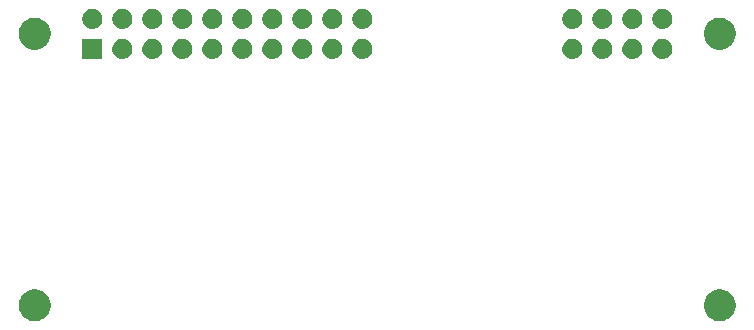
<source format=gbs>
G04 #@! TF.GenerationSoftware,KiCad,Pcbnew,(5.1.0)-1*
G04 #@! TF.CreationDate,2019-03-23T08:53:22+11:00*
G04 #@! TF.ProjectId,VeinCamHatZero,5665696e-4361-46d4-9861-745a65726f2e,rev?*
G04 #@! TF.SameCoordinates,Original*
G04 #@! TF.FileFunction,Soldermask,Bot*
G04 #@! TF.FilePolarity,Negative*
%FSLAX46Y46*%
G04 Gerber Fmt 4.6, Leading zero omitted, Abs format (unit mm)*
G04 Created by KiCad (PCBNEW (5.1.0)-1) date 2019-03-23 08:53:22*
%MOMM*%
%LPD*%
G04 APERTURE LIST*
%ADD10C,0.150000*%
G04 APERTURE END LIST*
D10*
G36*
X266893779Y-90201879D02*
G01*
X267139463Y-90303645D01*
X267139465Y-90303646D01*
X267360575Y-90451387D01*
X267548613Y-90639425D01*
X267548614Y-90639427D01*
X267696355Y-90860537D01*
X267798121Y-91106221D01*
X267850000Y-91367035D01*
X267850000Y-91632965D01*
X267798121Y-91893779D01*
X267696355Y-92139463D01*
X267696354Y-92139465D01*
X267548613Y-92360575D01*
X267360575Y-92548613D01*
X267139465Y-92696354D01*
X267139464Y-92696355D01*
X267139463Y-92696355D01*
X266893779Y-92798121D01*
X266632965Y-92850000D01*
X266367035Y-92850000D01*
X266106221Y-92798121D01*
X265860537Y-92696355D01*
X265860536Y-92696355D01*
X265860535Y-92696354D01*
X265639425Y-92548613D01*
X265451387Y-92360575D01*
X265303646Y-92139465D01*
X265303645Y-92139463D01*
X265201879Y-91893779D01*
X265150000Y-91632965D01*
X265150000Y-91367035D01*
X265201879Y-91106221D01*
X265303645Y-90860537D01*
X265451386Y-90639427D01*
X265451387Y-90639425D01*
X265639425Y-90451387D01*
X265860535Y-90303646D01*
X265860537Y-90303645D01*
X266106221Y-90201879D01*
X266367035Y-90150000D01*
X266632965Y-90150000D01*
X266893779Y-90201879D01*
X266893779Y-90201879D01*
G37*
G36*
X208893779Y-90201879D02*
G01*
X209139463Y-90303645D01*
X209139465Y-90303646D01*
X209360575Y-90451387D01*
X209548613Y-90639425D01*
X209548614Y-90639427D01*
X209696355Y-90860537D01*
X209798121Y-91106221D01*
X209850000Y-91367035D01*
X209850000Y-91632965D01*
X209798121Y-91893779D01*
X209696355Y-92139463D01*
X209696354Y-92139465D01*
X209548613Y-92360575D01*
X209360575Y-92548613D01*
X209139465Y-92696354D01*
X209139464Y-92696355D01*
X209139463Y-92696355D01*
X208893779Y-92798121D01*
X208632965Y-92850000D01*
X208367035Y-92850000D01*
X208106221Y-92798121D01*
X207860537Y-92696355D01*
X207860536Y-92696355D01*
X207860535Y-92696354D01*
X207639425Y-92548613D01*
X207451387Y-92360575D01*
X207303646Y-92139465D01*
X207303645Y-92139463D01*
X207201879Y-91893779D01*
X207150000Y-91632965D01*
X207150000Y-91367035D01*
X207201879Y-91106221D01*
X207303645Y-90860537D01*
X207451386Y-90639427D01*
X207451387Y-90639425D01*
X207639425Y-90451387D01*
X207860535Y-90303646D01*
X207860537Y-90303645D01*
X208106221Y-90201879D01*
X208367035Y-90150000D01*
X208632965Y-90150000D01*
X208893779Y-90201879D01*
X208893779Y-90201879D01*
G37*
G36*
X261796629Y-68932299D02*
G01*
X261891066Y-68960946D01*
X261956855Y-68980903D01*
X261992452Y-68999930D01*
X262104518Y-69059830D01*
X262233948Y-69166052D01*
X262340170Y-69295482D01*
X262374961Y-69360573D01*
X262419097Y-69443145D01*
X262439054Y-69508934D01*
X262467701Y-69603371D01*
X262484112Y-69770000D01*
X262467701Y-69936629D01*
X262439054Y-70031066D01*
X262419097Y-70096855D01*
X262419096Y-70096856D01*
X262340170Y-70244518D01*
X262233948Y-70373948D01*
X262104518Y-70480170D01*
X261992452Y-70540070D01*
X261956855Y-70559097D01*
X261891066Y-70579054D01*
X261796629Y-70607701D01*
X261671753Y-70620000D01*
X261588247Y-70620000D01*
X261463371Y-70607701D01*
X261368934Y-70579054D01*
X261303145Y-70559097D01*
X261267548Y-70540070D01*
X261155482Y-70480170D01*
X261026052Y-70373948D01*
X260919830Y-70244518D01*
X260840904Y-70096856D01*
X260840903Y-70096855D01*
X260820946Y-70031066D01*
X260792299Y-69936629D01*
X260775888Y-69770000D01*
X260792299Y-69603371D01*
X260820946Y-69508934D01*
X260840903Y-69443145D01*
X260885039Y-69360573D01*
X260919830Y-69295482D01*
X261026052Y-69166052D01*
X261155482Y-69059830D01*
X261267548Y-68999930D01*
X261303145Y-68980903D01*
X261368934Y-68960946D01*
X261463371Y-68932299D01*
X261588247Y-68920000D01*
X261671753Y-68920000D01*
X261796629Y-68932299D01*
X261796629Y-68932299D01*
G37*
G36*
X259256629Y-68932299D02*
G01*
X259351066Y-68960946D01*
X259416855Y-68980903D01*
X259452452Y-68999930D01*
X259564518Y-69059830D01*
X259693948Y-69166052D01*
X259800170Y-69295482D01*
X259834961Y-69360573D01*
X259879097Y-69443145D01*
X259899054Y-69508934D01*
X259927701Y-69603371D01*
X259944112Y-69770000D01*
X259927701Y-69936629D01*
X259899054Y-70031066D01*
X259879097Y-70096855D01*
X259879096Y-70096856D01*
X259800170Y-70244518D01*
X259693948Y-70373948D01*
X259564518Y-70480170D01*
X259452452Y-70540070D01*
X259416855Y-70559097D01*
X259351066Y-70579054D01*
X259256629Y-70607701D01*
X259131753Y-70620000D01*
X259048247Y-70620000D01*
X258923371Y-70607701D01*
X258828934Y-70579054D01*
X258763145Y-70559097D01*
X258727548Y-70540070D01*
X258615482Y-70480170D01*
X258486052Y-70373948D01*
X258379830Y-70244518D01*
X258300904Y-70096856D01*
X258300903Y-70096855D01*
X258280946Y-70031066D01*
X258252299Y-69936629D01*
X258235888Y-69770000D01*
X258252299Y-69603371D01*
X258280946Y-69508934D01*
X258300903Y-69443145D01*
X258345039Y-69360573D01*
X258379830Y-69295482D01*
X258486052Y-69166052D01*
X258615482Y-69059830D01*
X258727548Y-68999930D01*
X258763145Y-68980903D01*
X258828934Y-68960946D01*
X258923371Y-68932299D01*
X259048247Y-68920000D01*
X259131753Y-68920000D01*
X259256629Y-68932299D01*
X259256629Y-68932299D01*
G37*
G36*
X256716629Y-68932299D02*
G01*
X256811066Y-68960946D01*
X256876855Y-68980903D01*
X256912452Y-68999930D01*
X257024518Y-69059830D01*
X257153948Y-69166052D01*
X257260170Y-69295482D01*
X257294961Y-69360573D01*
X257339097Y-69443145D01*
X257359054Y-69508934D01*
X257387701Y-69603371D01*
X257404112Y-69770000D01*
X257387701Y-69936629D01*
X257359054Y-70031066D01*
X257339097Y-70096855D01*
X257339096Y-70096856D01*
X257260170Y-70244518D01*
X257153948Y-70373948D01*
X257024518Y-70480170D01*
X256912452Y-70540070D01*
X256876855Y-70559097D01*
X256811066Y-70579054D01*
X256716629Y-70607701D01*
X256591753Y-70620000D01*
X256508247Y-70620000D01*
X256383371Y-70607701D01*
X256288934Y-70579054D01*
X256223145Y-70559097D01*
X256187548Y-70540070D01*
X256075482Y-70480170D01*
X255946052Y-70373948D01*
X255839830Y-70244518D01*
X255760904Y-70096856D01*
X255760903Y-70096855D01*
X255740946Y-70031066D01*
X255712299Y-69936629D01*
X255695888Y-69770000D01*
X255712299Y-69603371D01*
X255740946Y-69508934D01*
X255760903Y-69443145D01*
X255805039Y-69360573D01*
X255839830Y-69295482D01*
X255946052Y-69166052D01*
X256075482Y-69059830D01*
X256187548Y-68999930D01*
X256223145Y-68980903D01*
X256288934Y-68960946D01*
X256383371Y-68932299D01*
X256508247Y-68920000D01*
X256591753Y-68920000D01*
X256716629Y-68932299D01*
X256716629Y-68932299D01*
G37*
G36*
X254176629Y-68932299D02*
G01*
X254271066Y-68960946D01*
X254336855Y-68980903D01*
X254372452Y-68999930D01*
X254484518Y-69059830D01*
X254613948Y-69166052D01*
X254720170Y-69295482D01*
X254754961Y-69360573D01*
X254799097Y-69443145D01*
X254819054Y-69508934D01*
X254847701Y-69603371D01*
X254864112Y-69770000D01*
X254847701Y-69936629D01*
X254819054Y-70031066D01*
X254799097Y-70096855D01*
X254799096Y-70096856D01*
X254720170Y-70244518D01*
X254613948Y-70373948D01*
X254484518Y-70480170D01*
X254372452Y-70540070D01*
X254336855Y-70559097D01*
X254271066Y-70579054D01*
X254176629Y-70607701D01*
X254051753Y-70620000D01*
X253968247Y-70620000D01*
X253843371Y-70607701D01*
X253748934Y-70579054D01*
X253683145Y-70559097D01*
X253647548Y-70540070D01*
X253535482Y-70480170D01*
X253406052Y-70373948D01*
X253299830Y-70244518D01*
X253220904Y-70096856D01*
X253220903Y-70096855D01*
X253200946Y-70031066D01*
X253172299Y-69936629D01*
X253155888Y-69770000D01*
X253172299Y-69603371D01*
X253200946Y-69508934D01*
X253220903Y-69443145D01*
X253265039Y-69360573D01*
X253299830Y-69295482D01*
X253406052Y-69166052D01*
X253535482Y-69059830D01*
X253647548Y-68999930D01*
X253683145Y-68980903D01*
X253748934Y-68960946D01*
X253843371Y-68932299D01*
X253968247Y-68920000D01*
X254051753Y-68920000D01*
X254176629Y-68932299D01*
X254176629Y-68932299D01*
G37*
G36*
X236396629Y-68932299D02*
G01*
X236491066Y-68960946D01*
X236556855Y-68980903D01*
X236592452Y-68999930D01*
X236704518Y-69059830D01*
X236833948Y-69166052D01*
X236940170Y-69295482D01*
X236974961Y-69360573D01*
X237019097Y-69443145D01*
X237039054Y-69508934D01*
X237067701Y-69603371D01*
X237084112Y-69770000D01*
X237067701Y-69936629D01*
X237039054Y-70031066D01*
X237019097Y-70096855D01*
X237019096Y-70096856D01*
X236940170Y-70244518D01*
X236833948Y-70373948D01*
X236704518Y-70480170D01*
X236592452Y-70540070D01*
X236556855Y-70559097D01*
X236491066Y-70579054D01*
X236396629Y-70607701D01*
X236271753Y-70620000D01*
X236188247Y-70620000D01*
X236063371Y-70607701D01*
X235968934Y-70579054D01*
X235903145Y-70559097D01*
X235867548Y-70540070D01*
X235755482Y-70480170D01*
X235626052Y-70373948D01*
X235519830Y-70244518D01*
X235440904Y-70096856D01*
X235440903Y-70096855D01*
X235420946Y-70031066D01*
X235392299Y-69936629D01*
X235375888Y-69770000D01*
X235392299Y-69603371D01*
X235420946Y-69508934D01*
X235440903Y-69443145D01*
X235485039Y-69360573D01*
X235519830Y-69295482D01*
X235626052Y-69166052D01*
X235755482Y-69059830D01*
X235867548Y-68999930D01*
X235903145Y-68980903D01*
X235968934Y-68960946D01*
X236063371Y-68932299D01*
X236188247Y-68920000D01*
X236271753Y-68920000D01*
X236396629Y-68932299D01*
X236396629Y-68932299D01*
G37*
G36*
X233856629Y-68932299D02*
G01*
X233951066Y-68960946D01*
X234016855Y-68980903D01*
X234052452Y-68999930D01*
X234164518Y-69059830D01*
X234293948Y-69166052D01*
X234400170Y-69295482D01*
X234434961Y-69360573D01*
X234479097Y-69443145D01*
X234499054Y-69508934D01*
X234527701Y-69603371D01*
X234544112Y-69770000D01*
X234527701Y-69936629D01*
X234499054Y-70031066D01*
X234479097Y-70096855D01*
X234479096Y-70096856D01*
X234400170Y-70244518D01*
X234293948Y-70373948D01*
X234164518Y-70480170D01*
X234052452Y-70540070D01*
X234016855Y-70559097D01*
X233951066Y-70579054D01*
X233856629Y-70607701D01*
X233731753Y-70620000D01*
X233648247Y-70620000D01*
X233523371Y-70607701D01*
X233428934Y-70579054D01*
X233363145Y-70559097D01*
X233327548Y-70540070D01*
X233215482Y-70480170D01*
X233086052Y-70373948D01*
X232979830Y-70244518D01*
X232900904Y-70096856D01*
X232900903Y-70096855D01*
X232880946Y-70031066D01*
X232852299Y-69936629D01*
X232835888Y-69770000D01*
X232852299Y-69603371D01*
X232880946Y-69508934D01*
X232900903Y-69443145D01*
X232945039Y-69360573D01*
X232979830Y-69295482D01*
X233086052Y-69166052D01*
X233215482Y-69059830D01*
X233327548Y-68999930D01*
X233363145Y-68980903D01*
X233428934Y-68960946D01*
X233523371Y-68932299D01*
X233648247Y-68920000D01*
X233731753Y-68920000D01*
X233856629Y-68932299D01*
X233856629Y-68932299D01*
G37*
G36*
X231316629Y-68932299D02*
G01*
X231411066Y-68960946D01*
X231476855Y-68980903D01*
X231512452Y-68999930D01*
X231624518Y-69059830D01*
X231753948Y-69166052D01*
X231860170Y-69295482D01*
X231894961Y-69360573D01*
X231939097Y-69443145D01*
X231959054Y-69508934D01*
X231987701Y-69603371D01*
X232004112Y-69770000D01*
X231987701Y-69936629D01*
X231959054Y-70031066D01*
X231939097Y-70096855D01*
X231939096Y-70096856D01*
X231860170Y-70244518D01*
X231753948Y-70373948D01*
X231624518Y-70480170D01*
X231512452Y-70540070D01*
X231476855Y-70559097D01*
X231411066Y-70579054D01*
X231316629Y-70607701D01*
X231191753Y-70620000D01*
X231108247Y-70620000D01*
X230983371Y-70607701D01*
X230888934Y-70579054D01*
X230823145Y-70559097D01*
X230787548Y-70540070D01*
X230675482Y-70480170D01*
X230546052Y-70373948D01*
X230439830Y-70244518D01*
X230360904Y-70096856D01*
X230360903Y-70096855D01*
X230340946Y-70031066D01*
X230312299Y-69936629D01*
X230295888Y-69770000D01*
X230312299Y-69603371D01*
X230340946Y-69508934D01*
X230360903Y-69443145D01*
X230405039Y-69360573D01*
X230439830Y-69295482D01*
X230546052Y-69166052D01*
X230675482Y-69059830D01*
X230787548Y-68999930D01*
X230823145Y-68980903D01*
X230888934Y-68960946D01*
X230983371Y-68932299D01*
X231108247Y-68920000D01*
X231191753Y-68920000D01*
X231316629Y-68932299D01*
X231316629Y-68932299D01*
G37*
G36*
X228776629Y-68932299D02*
G01*
X228871066Y-68960946D01*
X228936855Y-68980903D01*
X228972452Y-68999930D01*
X229084518Y-69059830D01*
X229213948Y-69166052D01*
X229320170Y-69295482D01*
X229354961Y-69360573D01*
X229399097Y-69443145D01*
X229419054Y-69508934D01*
X229447701Y-69603371D01*
X229464112Y-69770000D01*
X229447701Y-69936629D01*
X229419054Y-70031066D01*
X229399097Y-70096855D01*
X229399096Y-70096856D01*
X229320170Y-70244518D01*
X229213948Y-70373948D01*
X229084518Y-70480170D01*
X228972452Y-70540070D01*
X228936855Y-70559097D01*
X228871066Y-70579054D01*
X228776629Y-70607701D01*
X228651753Y-70620000D01*
X228568247Y-70620000D01*
X228443371Y-70607701D01*
X228348934Y-70579054D01*
X228283145Y-70559097D01*
X228247548Y-70540070D01*
X228135482Y-70480170D01*
X228006052Y-70373948D01*
X227899830Y-70244518D01*
X227820904Y-70096856D01*
X227820903Y-70096855D01*
X227800946Y-70031066D01*
X227772299Y-69936629D01*
X227755888Y-69770000D01*
X227772299Y-69603371D01*
X227800946Y-69508934D01*
X227820903Y-69443145D01*
X227865039Y-69360573D01*
X227899830Y-69295482D01*
X228006052Y-69166052D01*
X228135482Y-69059830D01*
X228247548Y-68999930D01*
X228283145Y-68980903D01*
X228348934Y-68960946D01*
X228443371Y-68932299D01*
X228568247Y-68920000D01*
X228651753Y-68920000D01*
X228776629Y-68932299D01*
X228776629Y-68932299D01*
G37*
G36*
X226236629Y-68932299D02*
G01*
X226331066Y-68960946D01*
X226396855Y-68980903D01*
X226432452Y-68999930D01*
X226544518Y-69059830D01*
X226673948Y-69166052D01*
X226780170Y-69295482D01*
X226814961Y-69360573D01*
X226859097Y-69443145D01*
X226879054Y-69508934D01*
X226907701Y-69603371D01*
X226924112Y-69770000D01*
X226907701Y-69936629D01*
X226879054Y-70031066D01*
X226859097Y-70096855D01*
X226859096Y-70096856D01*
X226780170Y-70244518D01*
X226673948Y-70373948D01*
X226544518Y-70480170D01*
X226432452Y-70540070D01*
X226396855Y-70559097D01*
X226331066Y-70579054D01*
X226236629Y-70607701D01*
X226111753Y-70620000D01*
X226028247Y-70620000D01*
X225903371Y-70607701D01*
X225808934Y-70579054D01*
X225743145Y-70559097D01*
X225707548Y-70540070D01*
X225595482Y-70480170D01*
X225466052Y-70373948D01*
X225359830Y-70244518D01*
X225280904Y-70096856D01*
X225280903Y-70096855D01*
X225260946Y-70031066D01*
X225232299Y-69936629D01*
X225215888Y-69770000D01*
X225232299Y-69603371D01*
X225260946Y-69508934D01*
X225280903Y-69443145D01*
X225325039Y-69360573D01*
X225359830Y-69295482D01*
X225466052Y-69166052D01*
X225595482Y-69059830D01*
X225707548Y-68999930D01*
X225743145Y-68980903D01*
X225808934Y-68960946D01*
X225903371Y-68932299D01*
X226028247Y-68920000D01*
X226111753Y-68920000D01*
X226236629Y-68932299D01*
X226236629Y-68932299D01*
G37*
G36*
X223696629Y-68932299D02*
G01*
X223791066Y-68960946D01*
X223856855Y-68980903D01*
X223892452Y-68999930D01*
X224004518Y-69059830D01*
X224133948Y-69166052D01*
X224240170Y-69295482D01*
X224274961Y-69360573D01*
X224319097Y-69443145D01*
X224339054Y-69508934D01*
X224367701Y-69603371D01*
X224384112Y-69770000D01*
X224367701Y-69936629D01*
X224339054Y-70031066D01*
X224319097Y-70096855D01*
X224319096Y-70096856D01*
X224240170Y-70244518D01*
X224133948Y-70373948D01*
X224004518Y-70480170D01*
X223892452Y-70540070D01*
X223856855Y-70559097D01*
X223791066Y-70579054D01*
X223696629Y-70607701D01*
X223571753Y-70620000D01*
X223488247Y-70620000D01*
X223363371Y-70607701D01*
X223268934Y-70579054D01*
X223203145Y-70559097D01*
X223167548Y-70540070D01*
X223055482Y-70480170D01*
X222926052Y-70373948D01*
X222819830Y-70244518D01*
X222740904Y-70096856D01*
X222740903Y-70096855D01*
X222720946Y-70031066D01*
X222692299Y-69936629D01*
X222675888Y-69770000D01*
X222692299Y-69603371D01*
X222720946Y-69508934D01*
X222740903Y-69443145D01*
X222785039Y-69360573D01*
X222819830Y-69295482D01*
X222926052Y-69166052D01*
X223055482Y-69059830D01*
X223167548Y-68999930D01*
X223203145Y-68980903D01*
X223268934Y-68960946D01*
X223363371Y-68932299D01*
X223488247Y-68920000D01*
X223571753Y-68920000D01*
X223696629Y-68932299D01*
X223696629Y-68932299D01*
G37*
G36*
X221156629Y-68932299D02*
G01*
X221251066Y-68960946D01*
X221316855Y-68980903D01*
X221352452Y-68999930D01*
X221464518Y-69059830D01*
X221593948Y-69166052D01*
X221700170Y-69295482D01*
X221734961Y-69360573D01*
X221779097Y-69443145D01*
X221799054Y-69508934D01*
X221827701Y-69603371D01*
X221844112Y-69770000D01*
X221827701Y-69936629D01*
X221799054Y-70031066D01*
X221779097Y-70096855D01*
X221779096Y-70096856D01*
X221700170Y-70244518D01*
X221593948Y-70373948D01*
X221464518Y-70480170D01*
X221352452Y-70540070D01*
X221316855Y-70559097D01*
X221251066Y-70579054D01*
X221156629Y-70607701D01*
X221031753Y-70620000D01*
X220948247Y-70620000D01*
X220823371Y-70607701D01*
X220728934Y-70579054D01*
X220663145Y-70559097D01*
X220627548Y-70540070D01*
X220515482Y-70480170D01*
X220386052Y-70373948D01*
X220279830Y-70244518D01*
X220200904Y-70096856D01*
X220200903Y-70096855D01*
X220180946Y-70031066D01*
X220152299Y-69936629D01*
X220135888Y-69770000D01*
X220152299Y-69603371D01*
X220180946Y-69508934D01*
X220200903Y-69443145D01*
X220245039Y-69360573D01*
X220279830Y-69295482D01*
X220386052Y-69166052D01*
X220515482Y-69059830D01*
X220627548Y-68999930D01*
X220663145Y-68980903D01*
X220728934Y-68960946D01*
X220823371Y-68932299D01*
X220948247Y-68920000D01*
X221031753Y-68920000D01*
X221156629Y-68932299D01*
X221156629Y-68932299D01*
G37*
G36*
X218616629Y-68932299D02*
G01*
X218711066Y-68960946D01*
X218776855Y-68980903D01*
X218812452Y-68999930D01*
X218924518Y-69059830D01*
X219053948Y-69166052D01*
X219160170Y-69295482D01*
X219194961Y-69360573D01*
X219239097Y-69443145D01*
X219259054Y-69508934D01*
X219287701Y-69603371D01*
X219304112Y-69770000D01*
X219287701Y-69936629D01*
X219259054Y-70031066D01*
X219239097Y-70096855D01*
X219239096Y-70096856D01*
X219160170Y-70244518D01*
X219053948Y-70373948D01*
X218924518Y-70480170D01*
X218812452Y-70540070D01*
X218776855Y-70559097D01*
X218711066Y-70579054D01*
X218616629Y-70607701D01*
X218491753Y-70620000D01*
X218408247Y-70620000D01*
X218283371Y-70607701D01*
X218188934Y-70579054D01*
X218123145Y-70559097D01*
X218087548Y-70540070D01*
X217975482Y-70480170D01*
X217846052Y-70373948D01*
X217739830Y-70244518D01*
X217660904Y-70096856D01*
X217660903Y-70096855D01*
X217640946Y-70031066D01*
X217612299Y-69936629D01*
X217595888Y-69770000D01*
X217612299Y-69603371D01*
X217640946Y-69508934D01*
X217660903Y-69443145D01*
X217705039Y-69360573D01*
X217739830Y-69295482D01*
X217846052Y-69166052D01*
X217975482Y-69059830D01*
X218087548Y-68999930D01*
X218123145Y-68980903D01*
X218188934Y-68960946D01*
X218283371Y-68932299D01*
X218408247Y-68920000D01*
X218491753Y-68920000D01*
X218616629Y-68932299D01*
X218616629Y-68932299D01*
G37*
G36*
X216076629Y-68932299D02*
G01*
X216171066Y-68960946D01*
X216236855Y-68980903D01*
X216272452Y-68999930D01*
X216384518Y-69059830D01*
X216513948Y-69166052D01*
X216620170Y-69295482D01*
X216654961Y-69360573D01*
X216699097Y-69443145D01*
X216719054Y-69508934D01*
X216747701Y-69603371D01*
X216764112Y-69770000D01*
X216747701Y-69936629D01*
X216719054Y-70031066D01*
X216699097Y-70096855D01*
X216699096Y-70096856D01*
X216620170Y-70244518D01*
X216513948Y-70373948D01*
X216384518Y-70480170D01*
X216272452Y-70540070D01*
X216236855Y-70559097D01*
X216171066Y-70579054D01*
X216076629Y-70607701D01*
X215951753Y-70620000D01*
X215868247Y-70620000D01*
X215743371Y-70607701D01*
X215648934Y-70579054D01*
X215583145Y-70559097D01*
X215547548Y-70540070D01*
X215435482Y-70480170D01*
X215306052Y-70373948D01*
X215199830Y-70244518D01*
X215120904Y-70096856D01*
X215120903Y-70096855D01*
X215100946Y-70031066D01*
X215072299Y-69936629D01*
X215055888Y-69770000D01*
X215072299Y-69603371D01*
X215100946Y-69508934D01*
X215120903Y-69443145D01*
X215165039Y-69360573D01*
X215199830Y-69295482D01*
X215306052Y-69166052D01*
X215435482Y-69059830D01*
X215547548Y-68999930D01*
X215583145Y-68980903D01*
X215648934Y-68960946D01*
X215743371Y-68932299D01*
X215868247Y-68920000D01*
X215951753Y-68920000D01*
X216076629Y-68932299D01*
X216076629Y-68932299D01*
G37*
G36*
X214220000Y-70620000D02*
G01*
X212520000Y-70620000D01*
X212520000Y-68920000D01*
X214220000Y-68920000D01*
X214220000Y-70620000D01*
X214220000Y-70620000D01*
G37*
G36*
X266893779Y-67201879D02*
G01*
X267139463Y-67303645D01*
X267139465Y-67303646D01*
X267360575Y-67451387D01*
X267548613Y-67639425D01*
X267592107Y-67704519D01*
X267696355Y-67860537D01*
X267798121Y-68106221D01*
X267850000Y-68367035D01*
X267850000Y-68632965D01*
X267798121Y-68893779D01*
X267729340Y-69059830D01*
X267696354Y-69139465D01*
X267548613Y-69360575D01*
X267360575Y-69548613D01*
X267139465Y-69696354D01*
X267139464Y-69696355D01*
X267139463Y-69696355D01*
X266893779Y-69798121D01*
X266632965Y-69850000D01*
X266367035Y-69850000D01*
X266106221Y-69798121D01*
X265860537Y-69696355D01*
X265860536Y-69696355D01*
X265860535Y-69696354D01*
X265639425Y-69548613D01*
X265451387Y-69360575D01*
X265303646Y-69139465D01*
X265270660Y-69059830D01*
X265201879Y-68893779D01*
X265150000Y-68632965D01*
X265150000Y-68367035D01*
X265201879Y-68106221D01*
X265303645Y-67860537D01*
X265407893Y-67704519D01*
X265451387Y-67639425D01*
X265639425Y-67451387D01*
X265860535Y-67303646D01*
X265860537Y-67303645D01*
X266106221Y-67201879D01*
X266367035Y-67150000D01*
X266632965Y-67150000D01*
X266893779Y-67201879D01*
X266893779Y-67201879D01*
G37*
G36*
X208893779Y-67201879D02*
G01*
X209139463Y-67303645D01*
X209139465Y-67303646D01*
X209360575Y-67451387D01*
X209548613Y-67639425D01*
X209592107Y-67704519D01*
X209696355Y-67860537D01*
X209798121Y-68106221D01*
X209850000Y-68367035D01*
X209850000Y-68632965D01*
X209798121Y-68893779D01*
X209729340Y-69059830D01*
X209696354Y-69139465D01*
X209548613Y-69360575D01*
X209360575Y-69548613D01*
X209139465Y-69696354D01*
X209139464Y-69696355D01*
X209139463Y-69696355D01*
X208893779Y-69798121D01*
X208632965Y-69850000D01*
X208367035Y-69850000D01*
X208106221Y-69798121D01*
X207860537Y-69696355D01*
X207860536Y-69696355D01*
X207860535Y-69696354D01*
X207639425Y-69548613D01*
X207451387Y-69360575D01*
X207303646Y-69139465D01*
X207270660Y-69059830D01*
X207201879Y-68893779D01*
X207150000Y-68632965D01*
X207150000Y-68367035D01*
X207201879Y-68106221D01*
X207303645Y-67860537D01*
X207407893Y-67704519D01*
X207451387Y-67639425D01*
X207639425Y-67451387D01*
X207860535Y-67303646D01*
X207860537Y-67303645D01*
X208106221Y-67201879D01*
X208367035Y-67150000D01*
X208632965Y-67150000D01*
X208893779Y-67201879D01*
X208893779Y-67201879D01*
G37*
G36*
X233856629Y-66392299D02*
G01*
X233951066Y-66420946D01*
X234016855Y-66440903D01*
X234052452Y-66459930D01*
X234164518Y-66519830D01*
X234293948Y-66626052D01*
X234400170Y-66755482D01*
X234460070Y-66867548D01*
X234479097Y-66903145D01*
X234499054Y-66968934D01*
X234527701Y-67063371D01*
X234544112Y-67230000D01*
X234527701Y-67396629D01*
X234511090Y-67451386D01*
X234479097Y-67556855D01*
X234479096Y-67556856D01*
X234400170Y-67704518D01*
X234293948Y-67833948D01*
X234164518Y-67940170D01*
X234052452Y-68000070D01*
X234016855Y-68019097D01*
X233951066Y-68039054D01*
X233856629Y-68067701D01*
X233731753Y-68080000D01*
X233648247Y-68080000D01*
X233523371Y-68067701D01*
X233428934Y-68039054D01*
X233363145Y-68019097D01*
X233327548Y-68000070D01*
X233215482Y-67940170D01*
X233086052Y-67833948D01*
X232979830Y-67704518D01*
X232900904Y-67556856D01*
X232900903Y-67556855D01*
X232868910Y-67451386D01*
X232852299Y-67396629D01*
X232835888Y-67230000D01*
X232852299Y-67063371D01*
X232880946Y-66968934D01*
X232900903Y-66903145D01*
X232919930Y-66867548D01*
X232979830Y-66755482D01*
X233086052Y-66626052D01*
X233215482Y-66519830D01*
X233327548Y-66459930D01*
X233363145Y-66440903D01*
X233428934Y-66420946D01*
X233523371Y-66392299D01*
X233648247Y-66380000D01*
X233731753Y-66380000D01*
X233856629Y-66392299D01*
X233856629Y-66392299D01*
G37*
G36*
X236396629Y-66392299D02*
G01*
X236491066Y-66420946D01*
X236556855Y-66440903D01*
X236592452Y-66459930D01*
X236704518Y-66519830D01*
X236833948Y-66626052D01*
X236940170Y-66755482D01*
X237000070Y-66867548D01*
X237019097Y-66903145D01*
X237039054Y-66968934D01*
X237067701Y-67063371D01*
X237084112Y-67230000D01*
X237067701Y-67396629D01*
X237051090Y-67451386D01*
X237019097Y-67556855D01*
X237019096Y-67556856D01*
X236940170Y-67704518D01*
X236833948Y-67833948D01*
X236704518Y-67940170D01*
X236592452Y-68000070D01*
X236556855Y-68019097D01*
X236491066Y-68039054D01*
X236396629Y-68067701D01*
X236271753Y-68080000D01*
X236188247Y-68080000D01*
X236063371Y-68067701D01*
X235968934Y-68039054D01*
X235903145Y-68019097D01*
X235867548Y-68000070D01*
X235755482Y-67940170D01*
X235626052Y-67833948D01*
X235519830Y-67704518D01*
X235440904Y-67556856D01*
X235440903Y-67556855D01*
X235408910Y-67451386D01*
X235392299Y-67396629D01*
X235375888Y-67230000D01*
X235392299Y-67063371D01*
X235420946Y-66968934D01*
X235440903Y-66903145D01*
X235459930Y-66867548D01*
X235519830Y-66755482D01*
X235626052Y-66626052D01*
X235755482Y-66519830D01*
X235867548Y-66459930D01*
X235903145Y-66440903D01*
X235968934Y-66420946D01*
X236063371Y-66392299D01*
X236188247Y-66380000D01*
X236271753Y-66380000D01*
X236396629Y-66392299D01*
X236396629Y-66392299D01*
G37*
G36*
X254176629Y-66392299D02*
G01*
X254271066Y-66420946D01*
X254336855Y-66440903D01*
X254372452Y-66459930D01*
X254484518Y-66519830D01*
X254613948Y-66626052D01*
X254720170Y-66755482D01*
X254780070Y-66867548D01*
X254799097Y-66903145D01*
X254819054Y-66968934D01*
X254847701Y-67063371D01*
X254864112Y-67230000D01*
X254847701Y-67396629D01*
X254831090Y-67451386D01*
X254799097Y-67556855D01*
X254799096Y-67556856D01*
X254720170Y-67704518D01*
X254613948Y-67833948D01*
X254484518Y-67940170D01*
X254372452Y-68000070D01*
X254336855Y-68019097D01*
X254271066Y-68039054D01*
X254176629Y-68067701D01*
X254051753Y-68080000D01*
X253968247Y-68080000D01*
X253843371Y-68067701D01*
X253748934Y-68039054D01*
X253683145Y-68019097D01*
X253647548Y-68000070D01*
X253535482Y-67940170D01*
X253406052Y-67833948D01*
X253299830Y-67704518D01*
X253220904Y-67556856D01*
X253220903Y-67556855D01*
X253188910Y-67451386D01*
X253172299Y-67396629D01*
X253155888Y-67230000D01*
X253172299Y-67063371D01*
X253200946Y-66968934D01*
X253220903Y-66903145D01*
X253239930Y-66867548D01*
X253299830Y-66755482D01*
X253406052Y-66626052D01*
X253535482Y-66519830D01*
X253647548Y-66459930D01*
X253683145Y-66440903D01*
X253748934Y-66420946D01*
X253843371Y-66392299D01*
X253968247Y-66380000D01*
X254051753Y-66380000D01*
X254176629Y-66392299D01*
X254176629Y-66392299D01*
G37*
G36*
X256716629Y-66392299D02*
G01*
X256811066Y-66420946D01*
X256876855Y-66440903D01*
X256912452Y-66459930D01*
X257024518Y-66519830D01*
X257153948Y-66626052D01*
X257260170Y-66755482D01*
X257320070Y-66867548D01*
X257339097Y-66903145D01*
X257359054Y-66968934D01*
X257387701Y-67063371D01*
X257404112Y-67230000D01*
X257387701Y-67396629D01*
X257371090Y-67451386D01*
X257339097Y-67556855D01*
X257339096Y-67556856D01*
X257260170Y-67704518D01*
X257153948Y-67833948D01*
X257024518Y-67940170D01*
X256912452Y-68000070D01*
X256876855Y-68019097D01*
X256811066Y-68039054D01*
X256716629Y-68067701D01*
X256591753Y-68080000D01*
X256508247Y-68080000D01*
X256383371Y-68067701D01*
X256288934Y-68039054D01*
X256223145Y-68019097D01*
X256187548Y-68000070D01*
X256075482Y-67940170D01*
X255946052Y-67833948D01*
X255839830Y-67704518D01*
X255760904Y-67556856D01*
X255760903Y-67556855D01*
X255728910Y-67451386D01*
X255712299Y-67396629D01*
X255695888Y-67230000D01*
X255712299Y-67063371D01*
X255740946Y-66968934D01*
X255760903Y-66903145D01*
X255779930Y-66867548D01*
X255839830Y-66755482D01*
X255946052Y-66626052D01*
X256075482Y-66519830D01*
X256187548Y-66459930D01*
X256223145Y-66440903D01*
X256288934Y-66420946D01*
X256383371Y-66392299D01*
X256508247Y-66380000D01*
X256591753Y-66380000D01*
X256716629Y-66392299D01*
X256716629Y-66392299D01*
G37*
G36*
X231316629Y-66392299D02*
G01*
X231411066Y-66420946D01*
X231476855Y-66440903D01*
X231512452Y-66459930D01*
X231624518Y-66519830D01*
X231753948Y-66626052D01*
X231860170Y-66755482D01*
X231920070Y-66867548D01*
X231939097Y-66903145D01*
X231959054Y-66968934D01*
X231987701Y-67063371D01*
X232004112Y-67230000D01*
X231987701Y-67396629D01*
X231971090Y-67451386D01*
X231939097Y-67556855D01*
X231939096Y-67556856D01*
X231860170Y-67704518D01*
X231753948Y-67833948D01*
X231624518Y-67940170D01*
X231512452Y-68000070D01*
X231476855Y-68019097D01*
X231411066Y-68039054D01*
X231316629Y-68067701D01*
X231191753Y-68080000D01*
X231108247Y-68080000D01*
X230983371Y-68067701D01*
X230888934Y-68039054D01*
X230823145Y-68019097D01*
X230787548Y-68000070D01*
X230675482Y-67940170D01*
X230546052Y-67833948D01*
X230439830Y-67704518D01*
X230360904Y-67556856D01*
X230360903Y-67556855D01*
X230328910Y-67451386D01*
X230312299Y-67396629D01*
X230295888Y-67230000D01*
X230312299Y-67063371D01*
X230340946Y-66968934D01*
X230360903Y-66903145D01*
X230379930Y-66867548D01*
X230439830Y-66755482D01*
X230546052Y-66626052D01*
X230675482Y-66519830D01*
X230787548Y-66459930D01*
X230823145Y-66440903D01*
X230888934Y-66420946D01*
X230983371Y-66392299D01*
X231108247Y-66380000D01*
X231191753Y-66380000D01*
X231316629Y-66392299D01*
X231316629Y-66392299D01*
G37*
G36*
X259256629Y-66392299D02*
G01*
X259351066Y-66420946D01*
X259416855Y-66440903D01*
X259452452Y-66459930D01*
X259564518Y-66519830D01*
X259693948Y-66626052D01*
X259800170Y-66755482D01*
X259860070Y-66867548D01*
X259879097Y-66903145D01*
X259899054Y-66968934D01*
X259927701Y-67063371D01*
X259944112Y-67230000D01*
X259927701Y-67396629D01*
X259911090Y-67451386D01*
X259879097Y-67556855D01*
X259879096Y-67556856D01*
X259800170Y-67704518D01*
X259693948Y-67833948D01*
X259564518Y-67940170D01*
X259452452Y-68000070D01*
X259416855Y-68019097D01*
X259351066Y-68039054D01*
X259256629Y-68067701D01*
X259131753Y-68080000D01*
X259048247Y-68080000D01*
X258923371Y-68067701D01*
X258828934Y-68039054D01*
X258763145Y-68019097D01*
X258727548Y-68000070D01*
X258615482Y-67940170D01*
X258486052Y-67833948D01*
X258379830Y-67704518D01*
X258300904Y-67556856D01*
X258300903Y-67556855D01*
X258268910Y-67451386D01*
X258252299Y-67396629D01*
X258235888Y-67230000D01*
X258252299Y-67063371D01*
X258280946Y-66968934D01*
X258300903Y-66903145D01*
X258319930Y-66867548D01*
X258379830Y-66755482D01*
X258486052Y-66626052D01*
X258615482Y-66519830D01*
X258727548Y-66459930D01*
X258763145Y-66440903D01*
X258828934Y-66420946D01*
X258923371Y-66392299D01*
X259048247Y-66380000D01*
X259131753Y-66380000D01*
X259256629Y-66392299D01*
X259256629Y-66392299D01*
G37*
G36*
X261796629Y-66392299D02*
G01*
X261891066Y-66420946D01*
X261956855Y-66440903D01*
X261992452Y-66459930D01*
X262104518Y-66519830D01*
X262233948Y-66626052D01*
X262340170Y-66755482D01*
X262400070Y-66867548D01*
X262419097Y-66903145D01*
X262439054Y-66968934D01*
X262467701Y-67063371D01*
X262484112Y-67230000D01*
X262467701Y-67396629D01*
X262451090Y-67451386D01*
X262419097Y-67556855D01*
X262419096Y-67556856D01*
X262340170Y-67704518D01*
X262233948Y-67833948D01*
X262104518Y-67940170D01*
X261992452Y-68000070D01*
X261956855Y-68019097D01*
X261891066Y-68039054D01*
X261796629Y-68067701D01*
X261671753Y-68080000D01*
X261588247Y-68080000D01*
X261463371Y-68067701D01*
X261368934Y-68039054D01*
X261303145Y-68019097D01*
X261267548Y-68000070D01*
X261155482Y-67940170D01*
X261026052Y-67833948D01*
X260919830Y-67704518D01*
X260840904Y-67556856D01*
X260840903Y-67556855D01*
X260808910Y-67451386D01*
X260792299Y-67396629D01*
X260775888Y-67230000D01*
X260792299Y-67063371D01*
X260820946Y-66968934D01*
X260840903Y-66903145D01*
X260859930Y-66867548D01*
X260919830Y-66755482D01*
X261026052Y-66626052D01*
X261155482Y-66519830D01*
X261267548Y-66459930D01*
X261303145Y-66440903D01*
X261368934Y-66420946D01*
X261463371Y-66392299D01*
X261588247Y-66380000D01*
X261671753Y-66380000D01*
X261796629Y-66392299D01*
X261796629Y-66392299D01*
G37*
G36*
X228776629Y-66392299D02*
G01*
X228871066Y-66420946D01*
X228936855Y-66440903D01*
X228972452Y-66459930D01*
X229084518Y-66519830D01*
X229213948Y-66626052D01*
X229320170Y-66755482D01*
X229380070Y-66867548D01*
X229399097Y-66903145D01*
X229419054Y-66968934D01*
X229447701Y-67063371D01*
X229464112Y-67230000D01*
X229447701Y-67396629D01*
X229431090Y-67451386D01*
X229399097Y-67556855D01*
X229399096Y-67556856D01*
X229320170Y-67704518D01*
X229213948Y-67833948D01*
X229084518Y-67940170D01*
X228972452Y-68000070D01*
X228936855Y-68019097D01*
X228871066Y-68039054D01*
X228776629Y-68067701D01*
X228651753Y-68080000D01*
X228568247Y-68080000D01*
X228443371Y-68067701D01*
X228348934Y-68039054D01*
X228283145Y-68019097D01*
X228247548Y-68000070D01*
X228135482Y-67940170D01*
X228006052Y-67833948D01*
X227899830Y-67704518D01*
X227820904Y-67556856D01*
X227820903Y-67556855D01*
X227788910Y-67451386D01*
X227772299Y-67396629D01*
X227755888Y-67230000D01*
X227772299Y-67063371D01*
X227800946Y-66968934D01*
X227820903Y-66903145D01*
X227839930Y-66867548D01*
X227899830Y-66755482D01*
X228006052Y-66626052D01*
X228135482Y-66519830D01*
X228247548Y-66459930D01*
X228283145Y-66440903D01*
X228348934Y-66420946D01*
X228443371Y-66392299D01*
X228568247Y-66380000D01*
X228651753Y-66380000D01*
X228776629Y-66392299D01*
X228776629Y-66392299D01*
G37*
G36*
X223696629Y-66392299D02*
G01*
X223791066Y-66420946D01*
X223856855Y-66440903D01*
X223892452Y-66459930D01*
X224004518Y-66519830D01*
X224133948Y-66626052D01*
X224240170Y-66755482D01*
X224300070Y-66867548D01*
X224319097Y-66903145D01*
X224339054Y-66968934D01*
X224367701Y-67063371D01*
X224384112Y-67230000D01*
X224367701Y-67396629D01*
X224351090Y-67451386D01*
X224319097Y-67556855D01*
X224319096Y-67556856D01*
X224240170Y-67704518D01*
X224133948Y-67833948D01*
X224004518Y-67940170D01*
X223892452Y-68000070D01*
X223856855Y-68019097D01*
X223791066Y-68039054D01*
X223696629Y-68067701D01*
X223571753Y-68080000D01*
X223488247Y-68080000D01*
X223363371Y-68067701D01*
X223268934Y-68039054D01*
X223203145Y-68019097D01*
X223167548Y-68000070D01*
X223055482Y-67940170D01*
X222926052Y-67833948D01*
X222819830Y-67704518D01*
X222740904Y-67556856D01*
X222740903Y-67556855D01*
X222708910Y-67451386D01*
X222692299Y-67396629D01*
X222675888Y-67230000D01*
X222692299Y-67063371D01*
X222720946Y-66968934D01*
X222740903Y-66903145D01*
X222759930Y-66867548D01*
X222819830Y-66755482D01*
X222926052Y-66626052D01*
X223055482Y-66519830D01*
X223167548Y-66459930D01*
X223203145Y-66440903D01*
X223268934Y-66420946D01*
X223363371Y-66392299D01*
X223488247Y-66380000D01*
X223571753Y-66380000D01*
X223696629Y-66392299D01*
X223696629Y-66392299D01*
G37*
G36*
X221156629Y-66392299D02*
G01*
X221251066Y-66420946D01*
X221316855Y-66440903D01*
X221352452Y-66459930D01*
X221464518Y-66519830D01*
X221593948Y-66626052D01*
X221700170Y-66755482D01*
X221760070Y-66867548D01*
X221779097Y-66903145D01*
X221799054Y-66968934D01*
X221827701Y-67063371D01*
X221844112Y-67230000D01*
X221827701Y-67396629D01*
X221811090Y-67451386D01*
X221779097Y-67556855D01*
X221779096Y-67556856D01*
X221700170Y-67704518D01*
X221593948Y-67833948D01*
X221464518Y-67940170D01*
X221352452Y-68000070D01*
X221316855Y-68019097D01*
X221251066Y-68039054D01*
X221156629Y-68067701D01*
X221031753Y-68080000D01*
X220948247Y-68080000D01*
X220823371Y-68067701D01*
X220728934Y-68039054D01*
X220663145Y-68019097D01*
X220627548Y-68000070D01*
X220515482Y-67940170D01*
X220386052Y-67833948D01*
X220279830Y-67704518D01*
X220200904Y-67556856D01*
X220200903Y-67556855D01*
X220168910Y-67451386D01*
X220152299Y-67396629D01*
X220135888Y-67230000D01*
X220152299Y-67063371D01*
X220180946Y-66968934D01*
X220200903Y-66903145D01*
X220219930Y-66867548D01*
X220279830Y-66755482D01*
X220386052Y-66626052D01*
X220515482Y-66519830D01*
X220627548Y-66459930D01*
X220663145Y-66440903D01*
X220728934Y-66420946D01*
X220823371Y-66392299D01*
X220948247Y-66380000D01*
X221031753Y-66380000D01*
X221156629Y-66392299D01*
X221156629Y-66392299D01*
G37*
G36*
X226236629Y-66392299D02*
G01*
X226331066Y-66420946D01*
X226396855Y-66440903D01*
X226432452Y-66459930D01*
X226544518Y-66519830D01*
X226673948Y-66626052D01*
X226780170Y-66755482D01*
X226840070Y-66867548D01*
X226859097Y-66903145D01*
X226879054Y-66968934D01*
X226907701Y-67063371D01*
X226924112Y-67230000D01*
X226907701Y-67396629D01*
X226891090Y-67451386D01*
X226859097Y-67556855D01*
X226859096Y-67556856D01*
X226780170Y-67704518D01*
X226673948Y-67833948D01*
X226544518Y-67940170D01*
X226432452Y-68000070D01*
X226396855Y-68019097D01*
X226331066Y-68039054D01*
X226236629Y-68067701D01*
X226111753Y-68080000D01*
X226028247Y-68080000D01*
X225903371Y-68067701D01*
X225808934Y-68039054D01*
X225743145Y-68019097D01*
X225707548Y-68000070D01*
X225595482Y-67940170D01*
X225466052Y-67833948D01*
X225359830Y-67704518D01*
X225280904Y-67556856D01*
X225280903Y-67556855D01*
X225248910Y-67451386D01*
X225232299Y-67396629D01*
X225215888Y-67230000D01*
X225232299Y-67063371D01*
X225260946Y-66968934D01*
X225280903Y-66903145D01*
X225299930Y-66867548D01*
X225359830Y-66755482D01*
X225466052Y-66626052D01*
X225595482Y-66519830D01*
X225707548Y-66459930D01*
X225743145Y-66440903D01*
X225808934Y-66420946D01*
X225903371Y-66392299D01*
X226028247Y-66380000D01*
X226111753Y-66380000D01*
X226236629Y-66392299D01*
X226236629Y-66392299D01*
G37*
G36*
X218616629Y-66392299D02*
G01*
X218711066Y-66420946D01*
X218776855Y-66440903D01*
X218812452Y-66459930D01*
X218924518Y-66519830D01*
X219053948Y-66626052D01*
X219160170Y-66755482D01*
X219220070Y-66867548D01*
X219239097Y-66903145D01*
X219259054Y-66968934D01*
X219287701Y-67063371D01*
X219304112Y-67230000D01*
X219287701Y-67396629D01*
X219271090Y-67451386D01*
X219239097Y-67556855D01*
X219239096Y-67556856D01*
X219160170Y-67704518D01*
X219053948Y-67833948D01*
X218924518Y-67940170D01*
X218812452Y-68000070D01*
X218776855Y-68019097D01*
X218711066Y-68039054D01*
X218616629Y-68067701D01*
X218491753Y-68080000D01*
X218408247Y-68080000D01*
X218283371Y-68067701D01*
X218188934Y-68039054D01*
X218123145Y-68019097D01*
X218087548Y-68000070D01*
X217975482Y-67940170D01*
X217846052Y-67833948D01*
X217739830Y-67704518D01*
X217660904Y-67556856D01*
X217660903Y-67556855D01*
X217628910Y-67451386D01*
X217612299Y-67396629D01*
X217595888Y-67230000D01*
X217612299Y-67063371D01*
X217640946Y-66968934D01*
X217660903Y-66903145D01*
X217679930Y-66867548D01*
X217739830Y-66755482D01*
X217846052Y-66626052D01*
X217975482Y-66519830D01*
X218087548Y-66459930D01*
X218123145Y-66440903D01*
X218188934Y-66420946D01*
X218283371Y-66392299D01*
X218408247Y-66380000D01*
X218491753Y-66380000D01*
X218616629Y-66392299D01*
X218616629Y-66392299D01*
G37*
G36*
X216076629Y-66392299D02*
G01*
X216171066Y-66420946D01*
X216236855Y-66440903D01*
X216272452Y-66459930D01*
X216384518Y-66519830D01*
X216513948Y-66626052D01*
X216620170Y-66755482D01*
X216680070Y-66867548D01*
X216699097Y-66903145D01*
X216719054Y-66968934D01*
X216747701Y-67063371D01*
X216764112Y-67230000D01*
X216747701Y-67396629D01*
X216731090Y-67451386D01*
X216699097Y-67556855D01*
X216699096Y-67556856D01*
X216620170Y-67704518D01*
X216513948Y-67833948D01*
X216384518Y-67940170D01*
X216272452Y-68000070D01*
X216236855Y-68019097D01*
X216171066Y-68039054D01*
X216076629Y-68067701D01*
X215951753Y-68080000D01*
X215868247Y-68080000D01*
X215743371Y-68067701D01*
X215648934Y-68039054D01*
X215583145Y-68019097D01*
X215547548Y-68000070D01*
X215435482Y-67940170D01*
X215306052Y-67833948D01*
X215199830Y-67704518D01*
X215120904Y-67556856D01*
X215120903Y-67556855D01*
X215088910Y-67451386D01*
X215072299Y-67396629D01*
X215055888Y-67230000D01*
X215072299Y-67063371D01*
X215100946Y-66968934D01*
X215120903Y-66903145D01*
X215139930Y-66867548D01*
X215199830Y-66755482D01*
X215306052Y-66626052D01*
X215435482Y-66519830D01*
X215547548Y-66459930D01*
X215583145Y-66440903D01*
X215648934Y-66420946D01*
X215743371Y-66392299D01*
X215868247Y-66380000D01*
X215951753Y-66380000D01*
X216076629Y-66392299D01*
X216076629Y-66392299D01*
G37*
G36*
X213536629Y-66392299D02*
G01*
X213631066Y-66420946D01*
X213696855Y-66440903D01*
X213732452Y-66459930D01*
X213844518Y-66519830D01*
X213973948Y-66626052D01*
X214080170Y-66755482D01*
X214140070Y-66867548D01*
X214159097Y-66903145D01*
X214179054Y-66968934D01*
X214207701Y-67063371D01*
X214224112Y-67230000D01*
X214207701Y-67396629D01*
X214191090Y-67451386D01*
X214159097Y-67556855D01*
X214159096Y-67556856D01*
X214080170Y-67704518D01*
X213973948Y-67833948D01*
X213844518Y-67940170D01*
X213732452Y-68000070D01*
X213696855Y-68019097D01*
X213631066Y-68039054D01*
X213536629Y-68067701D01*
X213411753Y-68080000D01*
X213328247Y-68080000D01*
X213203371Y-68067701D01*
X213108934Y-68039054D01*
X213043145Y-68019097D01*
X213007548Y-68000070D01*
X212895482Y-67940170D01*
X212766052Y-67833948D01*
X212659830Y-67704518D01*
X212580904Y-67556856D01*
X212580903Y-67556855D01*
X212548910Y-67451386D01*
X212532299Y-67396629D01*
X212515888Y-67230000D01*
X212532299Y-67063371D01*
X212560946Y-66968934D01*
X212580903Y-66903145D01*
X212599930Y-66867548D01*
X212659830Y-66755482D01*
X212766052Y-66626052D01*
X212895482Y-66519830D01*
X213007548Y-66459930D01*
X213043145Y-66440903D01*
X213108934Y-66420946D01*
X213203371Y-66392299D01*
X213328247Y-66380000D01*
X213411753Y-66380000D01*
X213536629Y-66392299D01*
X213536629Y-66392299D01*
G37*
M02*

</source>
